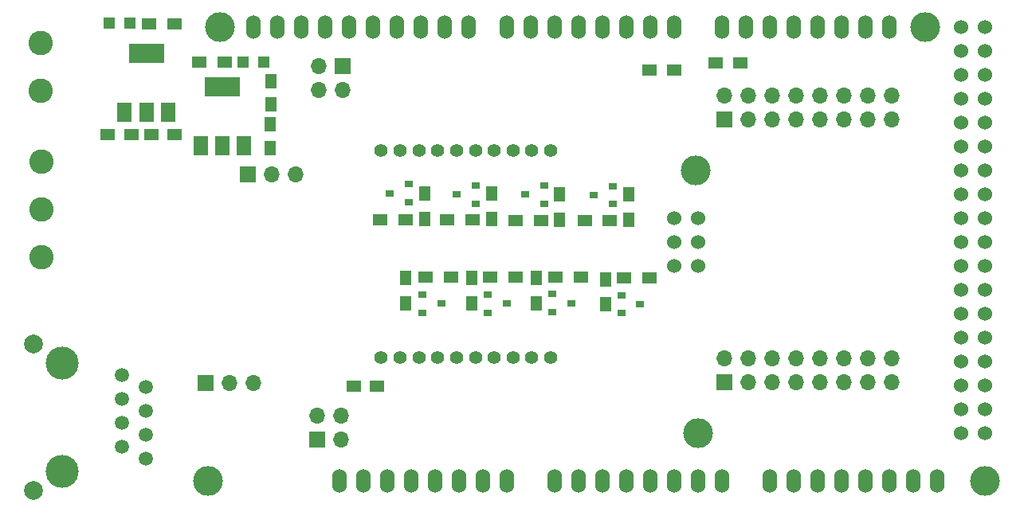
<source format=gbr>
G04 #@! TF.FileFunction,Soldermask,Top*
%FSLAX46Y46*%
G04 Gerber Fmt 4.6, Leading zero omitted, Abs format (unit mm)*
G04 Created by KiCad (PCBNEW 4.0.4-stable) date 05/31/17 10:55:34*
%MOMM*%
%LPD*%
G01*
G04 APERTURE LIST*
%ADD10C,0.100000*%
%ADD11R,1.500000X1.300000*%
%ADD12O,1.524000X2.540000*%
%ADD13C,3.175000*%
%ADD14C,1.524000*%
%ADD15R,1.500000X1.250000*%
%ADD16R,1.250000X1.500000*%
%ADD17R,1.200000X1.200000*%
%ADD18R,1.700000X1.700000*%
%ADD19O,1.700000X1.700000*%
%ADD20C,2.600000*%
%ADD21C,3.500000*%
%ADD22C,2.000000*%
%ADD23C,1.500000*%
%ADD24C,1.400000*%
%ADD25R,3.800000X2.000000*%
%ADD26R,1.500000X2.000000*%
%ADD27R,0.900000X0.800000*%
%ADD28R,1.300000X1.500000*%
G04 APERTURE END LIST*
D10*
D11*
X177650000Y-74800000D03*
X174950000Y-74800000D03*
D12*
X182710000Y-70180000D03*
X185250000Y-70180000D03*
X187790000Y-70180000D03*
X190330000Y-70180000D03*
X192870000Y-70180000D03*
X195410000Y-70180000D03*
X197950000Y-70180000D03*
X200490000Y-70180000D03*
X205570000Y-118440000D03*
X203030000Y-118440000D03*
X200490000Y-118440000D03*
X197950000Y-118440000D03*
X187790000Y-118440000D03*
X182710000Y-118440000D03*
X180170000Y-118440000D03*
X190330000Y-118440000D03*
X192870000Y-118440000D03*
X195410000Y-118440000D03*
X177630000Y-118440000D03*
X175090000Y-118440000D03*
X172550000Y-118440000D03*
X164930000Y-118440000D03*
X167470000Y-118440000D03*
X170010000Y-118440000D03*
X159850000Y-118440000D03*
X157310000Y-118440000D03*
X154770000Y-118440000D03*
X149690000Y-118440000D03*
X147150000Y-118440000D03*
X177630000Y-70180000D03*
X175090000Y-70180000D03*
X172550000Y-70180000D03*
X170010000Y-70180000D03*
X167470000Y-70180000D03*
X164930000Y-70180000D03*
X162390000Y-70180000D03*
X159850000Y-70180000D03*
X155786000Y-70180000D03*
X153246000Y-70180000D03*
X150706000Y-70180000D03*
X148166000Y-70180000D03*
X145626000Y-70180000D03*
X143086000Y-70180000D03*
X140546000Y-70180000D03*
X138006000Y-70180000D03*
X152230000Y-118440000D03*
D13*
X210650000Y-118440000D03*
X204300000Y-70180000D03*
X129370000Y-70180000D03*
X128100000Y-118440000D03*
D14*
X208110000Y-72720000D03*
X210650000Y-72720000D03*
X208110000Y-75260000D03*
X210650000Y-75260000D03*
X208110000Y-77800000D03*
X210650000Y-77800000D03*
X208110000Y-80340000D03*
X210650000Y-80340000D03*
X208110000Y-70180000D03*
X210650000Y-70180000D03*
X210650000Y-82880000D03*
X208110000Y-82880000D03*
X208110000Y-85420000D03*
X210650000Y-85420000D03*
X208110000Y-87960000D03*
X210650000Y-87960000D03*
X208110000Y-90500000D03*
X210650000Y-90500000D03*
X208110000Y-93040000D03*
X210650000Y-93040000D03*
X208110000Y-95580000D03*
X210650000Y-95580000D03*
X208110000Y-98120000D03*
X210650000Y-98120000D03*
X208110000Y-100660000D03*
X210650000Y-100660000D03*
X208110000Y-103200000D03*
X210650000Y-103200000D03*
X208110000Y-105740000D03*
X210650000Y-105740000D03*
X208110000Y-108280000D03*
X210650000Y-108280000D03*
X208110000Y-110820000D03*
X210650000Y-110820000D03*
X208110000Y-113360000D03*
X210650000Y-113360000D03*
X177630000Y-90500000D03*
X180170000Y-90500000D03*
X177630000Y-93040000D03*
X180170000Y-93040000D03*
X177630000Y-95580000D03*
X180170000Y-95580000D03*
D13*
X179916000Y-85420000D03*
X180170000Y-113360000D03*
D12*
X144610000Y-118440000D03*
X142070000Y-118440000D03*
X135466000Y-70180000D03*
X132926000Y-70180000D03*
D15*
X143560000Y-108390000D03*
X146060000Y-108390000D03*
D16*
X134720000Y-83050000D03*
X134720000Y-80550000D03*
D15*
X122040000Y-81600000D03*
X124540000Y-81600000D03*
X119940000Y-81590000D03*
X117440000Y-81590000D03*
D16*
X134740000Y-75920000D03*
X134740000Y-78420000D03*
D17*
X117610000Y-69790000D03*
X119810000Y-69790000D03*
X134020000Y-73920000D03*
X131820000Y-73920000D03*
D18*
X182950000Y-107970000D03*
D19*
X182950000Y-105430000D03*
X185490000Y-107970000D03*
X185490000Y-105430000D03*
X188030000Y-107970000D03*
X188030000Y-105430000D03*
X190570000Y-107970000D03*
X190570000Y-105430000D03*
X193110000Y-107970000D03*
X193110000Y-105430000D03*
X195650000Y-107970000D03*
X195650000Y-105430000D03*
X198190000Y-107970000D03*
X198190000Y-105430000D03*
X200730000Y-107970000D03*
X200730000Y-105430000D03*
D18*
X139660000Y-114040000D03*
D19*
X139660000Y-111500000D03*
X142200000Y-114040000D03*
X142200000Y-111500000D03*
D18*
X142360000Y-74350000D03*
D19*
X142360000Y-76890000D03*
X139820000Y-74350000D03*
X139820000Y-76890000D03*
D20*
X110370000Y-89560000D03*
X110370000Y-84480000D03*
X110370000Y-94640000D03*
D18*
X127800000Y-108000000D03*
D19*
X130340000Y-108000000D03*
X132880000Y-108000000D03*
D20*
X110280000Y-71910000D03*
X110280000Y-76990000D03*
D21*
X112630000Y-105910000D03*
X112630000Y-117410000D03*
D22*
X109580000Y-103860000D03*
X109580000Y-119460000D03*
D23*
X121520000Y-116105000D03*
X121520000Y-113565000D03*
X121520000Y-111025000D03*
X121520000Y-108485000D03*
X118980000Y-114835000D03*
X118980000Y-112295000D03*
X118980000Y-109755000D03*
X118980000Y-107215000D03*
D18*
X132320000Y-85900000D03*
D19*
X134860000Y-85900000D03*
X137400000Y-85900000D03*
D18*
X182970000Y-80050000D03*
D19*
X182970000Y-77510000D03*
X185510000Y-80050000D03*
X185510000Y-77510000D03*
X188050000Y-80050000D03*
X188050000Y-77510000D03*
X190590000Y-80050000D03*
X190590000Y-77510000D03*
X193130000Y-80050000D03*
X193130000Y-77510000D03*
X195670000Y-80050000D03*
X195670000Y-77510000D03*
X198210000Y-80050000D03*
X198210000Y-77510000D03*
X200750000Y-80050000D03*
X200750000Y-77510000D03*
D11*
X174950000Y-96900000D03*
X172250000Y-96900000D03*
X160800000Y-96800000D03*
X158100000Y-96800000D03*
X121810000Y-69820000D03*
X124510000Y-69820000D03*
X129830000Y-73920000D03*
X127130000Y-73920000D03*
X181980000Y-73970000D03*
X184680000Y-73970000D03*
D24*
X146500000Y-83320000D03*
X148500000Y-83320000D03*
X150500000Y-83320000D03*
X152500000Y-83320000D03*
X154500000Y-83320000D03*
X156500000Y-83320000D03*
X158500000Y-83320000D03*
X160500000Y-83320000D03*
X162500000Y-83320000D03*
X164500000Y-83320000D03*
X164500000Y-105320000D03*
X162500000Y-105320000D03*
X160500000Y-105320000D03*
X158500000Y-105320000D03*
X156500000Y-105320000D03*
X154500000Y-105320000D03*
X152500000Y-105320000D03*
X150500000Y-105320000D03*
X148500000Y-105320000D03*
X146500000Y-105320000D03*
D25*
X121530000Y-72980000D03*
D26*
X121530000Y-79280000D03*
X123830000Y-79280000D03*
X119230000Y-79280000D03*
D25*
X129630000Y-76520000D03*
D26*
X129630000Y-82820000D03*
X131930000Y-82820000D03*
X127330000Y-82820000D03*
D27*
X172000000Y-98700000D03*
X172000000Y-100600000D03*
X174000000Y-99650000D03*
X157800000Y-98650000D03*
X157800000Y-100550000D03*
X159800000Y-99600000D03*
X164700000Y-98600000D03*
X164700000Y-100500000D03*
X166700000Y-99550000D03*
X150900000Y-98650000D03*
X150900000Y-100550000D03*
X152900000Y-99600000D03*
X149400000Y-88800000D03*
X149400000Y-86900000D03*
X147400000Y-87850000D03*
X156500000Y-88950000D03*
X156500000Y-87050000D03*
X154500000Y-88000000D03*
X163800000Y-88950000D03*
X163800000Y-87050000D03*
X161800000Y-88000000D03*
X171100000Y-89000000D03*
X171100000Y-87100000D03*
X169100000Y-88050000D03*
D11*
X167700000Y-96800000D03*
X165000000Y-96800000D03*
X153900000Y-96800000D03*
X151200000Y-96800000D03*
D28*
X170300000Y-99700000D03*
X170300000Y-97000000D03*
X156100000Y-99600000D03*
X156100000Y-96900000D03*
X163000000Y-99600000D03*
X163000000Y-96900000D03*
X149100000Y-99600000D03*
X149100000Y-96900000D03*
X151100000Y-87900000D03*
X151100000Y-90600000D03*
X158200000Y-87900000D03*
X158200000Y-90600000D03*
X165400000Y-88000000D03*
X165400000Y-90700000D03*
X172800000Y-88000000D03*
X172800000Y-90700000D03*
D11*
X149100000Y-90700000D03*
X146400000Y-90700000D03*
X156200000Y-90700000D03*
X153500000Y-90700000D03*
X160800000Y-90800000D03*
X163500000Y-90800000D03*
X170800000Y-90800000D03*
X168100000Y-90800000D03*
M02*

</source>
